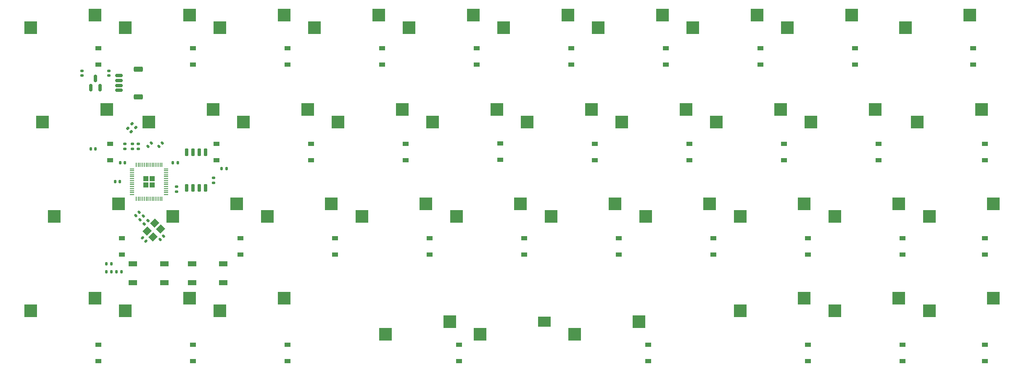
<source format=gbp>
%TF.GenerationSoftware,KiCad,Pcbnew,7.0.6*%
%TF.CreationDate,2023-07-16T16:10:07-04:00*%
%TF.ProjectId,cutiepie2040-hotswap,63757469-6570-4696-9532-3034302d686f,rev?*%
%TF.SameCoordinates,PX2d6b3a0PY6f46b48*%
%TF.FileFunction,Paste,Bot*%
%TF.FilePolarity,Positive*%
%FSLAX46Y46*%
G04 Gerber Fmt 4.6, Leading zero omitted, Abs format (unit mm)*
G04 Created by KiCad (PCBNEW 7.0.6) date 2023-07-16 16:10:07*
%MOMM*%
%LPD*%
G01*
G04 APERTURE LIST*
G04 Aperture macros list*
%AMRoundRect*
0 Rectangle with rounded corners*
0 $1 Rounding radius*
0 $2 $3 $4 $5 $6 $7 $8 $9 X,Y pos of 4 corners*
0 Add a 4 corners polygon primitive as box body*
4,1,4,$2,$3,$4,$5,$6,$7,$8,$9,$2,$3,0*
0 Add four circle primitives for the rounded corners*
1,1,$1+$1,$2,$3*
1,1,$1+$1,$4,$5*
1,1,$1+$1,$6,$7*
1,1,$1+$1,$8,$9*
0 Add four rect primitives between the rounded corners*
20,1,$1+$1,$2,$3,$4,$5,0*
20,1,$1+$1,$4,$5,$6,$7,0*
20,1,$1+$1,$6,$7,$8,$9,0*
20,1,$1+$1,$8,$9,$2,$3,0*%
%AMRotRect*
0 Rectangle, with rotation*
0 The origin of the aperture is its center*
0 $1 length*
0 $2 width*
0 $3 Rotation angle, in degrees counterclockwise*
0 Add horizontal line*
21,1,$1,$2,0,0,$3*%
G04 Aperture macros list end*
%ADD10R,2.550000X2.500000*%
%ADD11RoundRect,0.140000X0.021213X-0.219203X0.219203X-0.021213X-0.021213X0.219203X-0.219203X0.021213X0*%
%ADD12R,1.200000X0.900000*%
%ADD13R,1.700000X1.000000*%
%ADD14RoundRect,0.135000X0.035355X-0.226274X0.226274X-0.035355X-0.035355X0.226274X-0.226274X0.035355X0*%
%ADD15RoundRect,0.135000X-0.135000X-0.185000X0.135000X-0.185000X0.135000X0.185000X-0.135000X0.185000X0*%
%ADD16RoundRect,0.135000X0.185000X-0.135000X0.185000X0.135000X-0.185000X0.135000X-0.185000X-0.135000X0*%
%ADD17RoundRect,0.140000X0.170000X-0.140000X0.170000X0.140000X-0.170000X0.140000X-0.170000X-0.140000X0*%
%ADD18RoundRect,0.140000X-0.170000X0.140000X-0.170000X-0.140000X0.170000X-0.140000X0.170000X0.140000X0*%
%ADD19RoundRect,0.140000X0.140000X0.170000X-0.140000X0.170000X-0.140000X-0.170000X0.140000X-0.170000X0*%
%ADD20RoundRect,0.135000X-0.226274X-0.035355X-0.035355X-0.226274X0.226274X0.035355X0.035355X0.226274X0*%
%ADD21R,2.550000X2.000000*%
%ADD22RoundRect,0.140000X-0.021213X0.219203X-0.219203X0.021213X0.021213X-0.219203X0.219203X-0.021213X0*%
%ADD23RoundRect,0.140000X-0.140000X-0.170000X0.140000X-0.170000X0.140000X0.170000X-0.140000X0.170000X0*%
%ADD24RoundRect,0.150000X0.150000X-0.587500X0.150000X0.587500X-0.150000X0.587500X-0.150000X-0.587500X0*%
%ADD25RoundRect,0.150000X0.150000X-0.650000X0.150000X0.650000X-0.150000X0.650000X-0.150000X-0.650000X0*%
%ADD26RoundRect,0.250000X0.292217X0.292217X-0.292217X0.292217X-0.292217X-0.292217X0.292217X-0.292217X0*%
%ADD27RoundRect,0.050000X0.387500X0.050000X-0.387500X0.050000X-0.387500X-0.050000X0.387500X-0.050000X0*%
%ADD28RoundRect,0.050000X0.050000X0.387500X-0.050000X0.387500X-0.050000X-0.387500X0.050000X-0.387500X0*%
%ADD29RoundRect,0.140000X0.219203X0.021213X0.021213X0.219203X-0.219203X-0.021213X-0.021213X-0.219203X0*%
%ADD30RoundRect,0.150000X-0.625000X0.150000X-0.625000X-0.150000X0.625000X-0.150000X0.625000X0.150000X0*%
%ADD31RoundRect,0.229167X-0.670833X0.320833X-0.670833X-0.320833X0.670833X-0.320833X0.670833X0.320833X0*%
%ADD32RotRect,1.400000X1.200000X45.000000*%
G04 APERTURE END LIST*
D10*
%TO.C,MX35*%
X178652380Y73977794D03*
X191579380Y76517794D03*
%TD*%
D11*
%TO.C,C_1V-Decoup2*%
X28235661Y49964622D03*
X28914483Y50643444D03*
%TD*%
D10*
%TO.C,MX4*%
X2439880Y16827794D03*
X15366880Y19367794D03*
%TD*%
%TO.C,MX1*%
X2439880Y73977794D03*
X15366880Y76517794D03*
%TD*%
D12*
%TO.C,D6*%
X39885891Y47165862D03*
X39885891Y50465862D03*
%TD*%
%TO.C,D14*%
X77985923Y47165862D03*
X77985923Y50465862D03*
%TD*%
D11*
%TO.C,C_Crystal1*%
X28491564Y31170477D03*
X29170386Y31849299D03*
%TD*%
D13*
%TO.C,SW2*%
X23043816Y22507874D03*
X29343816Y22507874D03*
X23043816Y26307874D03*
X29343816Y26307874D03*
%TD*%
D10*
%TO.C,MX22*%
X107214880Y35877794D03*
X120141880Y38417794D03*
%TD*%
D12*
%TO.C,D37*%
X194667271Y28115846D03*
X194667271Y31415846D03*
%TD*%
D14*
%TO.C,R_Crystal1*%
X25313221Y34306394D03*
X26034469Y35027642D03*
%TD*%
D10*
%TO.C,MX17*%
X83402380Y54927794D03*
X96329380Y57467794D03*
%TD*%
%TO.C,MX2*%
X4821130Y54927794D03*
X17748130Y57467794D03*
%TD*%
%TO.C,MX11*%
X50064880Y35877794D03*
X62991880Y38417794D03*
%TD*%
D15*
%TO.C,R_Flash2*%
X17647076Y24705531D03*
X18667076Y24705531D03*
%TD*%
D10*
%TO.C,MX10*%
X45302380Y54927794D03*
X58229380Y57467794D03*
%TD*%
%TO.C,MX18*%
X88164880Y35877794D03*
X101091880Y38417794D03*
%TD*%
D12*
%TO.C,D17*%
X97035939Y47301801D03*
X97035939Y50601801D03*
%TD*%
D10*
%TO.C,MX30*%
X145314880Y16827794D03*
X158241880Y19367794D03*
%TD*%
D16*
%TO.C,R_Flash1*%
X39290724Y42650265D03*
X39290724Y43670265D03*
%TD*%
D13*
%TO.C,SW1*%
X34950096Y22507874D03*
X41250096Y22507874D03*
X34950096Y26307874D03*
X41250096Y26307874D03*
%TD*%
D15*
%TO.C,R_Flash3*%
X19730676Y24705531D03*
X20750676Y24705531D03*
%TD*%
D12*
%TO.C,D8*%
X35123387Y6684578D03*
X35123387Y9984578D03*
%TD*%
%TO.C,D20*%
X111323718Y66513453D03*
X111323718Y69813453D03*
%TD*%
%TO.C,D15*%
X82748427Y28115846D03*
X82748427Y31415846D03*
%TD*%
%TO.C,D31*%
X168473499Y66513453D03*
X168473499Y69813453D03*
%TD*%
D17*
%TO.C,C_3V-Decoup2*%
X21431304Y49526376D03*
X21431304Y50486376D03*
%TD*%
D10*
%TO.C,MX23*%
X111977380Y12065024D03*
X124904380Y14605024D03*
%TD*%
D12*
%TO.C,D13*%
X73223622Y66513453D03*
X73223622Y69813453D03*
%TD*%
%TO.C,D23*%
X126801589Y6684578D03*
X126801589Y9984578D03*
%TD*%
D10*
%TO.C,MX33*%
X164364880Y35877794D03*
X177291880Y38417794D03*
%TD*%
D17*
%TO.C,C_3V-Decoup7*%
X22919589Y49526376D03*
X22919589Y50486376D03*
%TD*%
D12*
%TO.C,D32*%
X173236003Y47165862D03*
X173236003Y50465862D03*
%TD*%
%TO.C,D4*%
X16073371Y6684578D03*
X16073371Y9984578D03*
%TD*%
D10*
%TO.C,MX13*%
X59589880Y73977794D03*
X72516880Y76517794D03*
%TD*%
D18*
%TO.C,C_3V-Decoup9*%
X31849299Y41854323D03*
X31849299Y40894323D03*
%TD*%
D19*
%TO.C,C_3V-Decoup4*%
X20423019Y42862608D03*
X19463019Y42862608D03*
%TD*%
D12*
%TO.C,D26*%
X139898475Y28115846D03*
X139898475Y31415846D03*
%TD*%
D10*
%TO.C,MX29*%
X145314880Y35877794D03*
X158241880Y38417794D03*
%TD*%
D12*
%TO.C,D28*%
X154185987Y47165862D03*
X154185987Y50465862D03*
%TD*%
D10*
%TO.C,MX15*%
X69114880Y35877794D03*
X82041880Y38417794D03*
%TD*%
D20*
%TO.C,R_DATA1*%
X22856622Y54534198D03*
X23577870Y53812950D03*
%TD*%
D10*
%TO.C,MX39*%
X92927380Y12065024D03*
D21*
X105854380Y14605024D03*
%TD*%
D10*
%TO.C,MX14*%
X64352380Y54927794D03*
X77279380Y57467794D03*
%TD*%
%TO.C,MX16*%
X78639880Y73977794D03*
X91566880Y76517794D03*
%TD*%
%TO.C,MX5*%
X21489880Y73977794D03*
X34416880Y76517794D03*
%TD*%
D22*
%TO.C,C_3V-Decoup8*%
X25120286Y35899399D03*
X24441464Y35220577D03*
%TD*%
D10*
%TO.C,MX24*%
X116739880Y73977794D03*
X129666880Y76517794D03*
%TD*%
D23*
%TO.C,C_Flash1*%
X40894323Y45541521D03*
X41854323Y45541521D03*
%TD*%
D10*
%TO.C,MX21*%
X102452380Y54927794D03*
X115379380Y57467794D03*
%TD*%
%TO.C,MX32*%
X159602380Y54927794D03*
X172529380Y57467794D03*
%TD*%
%TO.C,MX38*%
X183414880Y16827794D03*
X196341880Y19367794D03*
%TD*%
D12*
%TO.C,D10*%
X58935907Y47165862D03*
X58935907Y50465862D03*
%TD*%
D10*
%TO.C,MX20*%
X97689880Y73977794D03*
X110616880Y76517794D03*
%TD*%
D12*
%TO.C,D35*%
X192286019Y66513453D03*
X192286019Y69813453D03*
%TD*%
D10*
%TO.C,MX6*%
X26252380Y54927794D03*
X39179380Y57467794D03*
%TD*%
D12*
%TO.C,D38*%
X194667271Y6684578D03*
X194667271Y9984578D03*
%TD*%
%TO.C,D19*%
X88701557Y6684578D03*
X88701557Y9984578D03*
%TD*%
D24*
%TO.C,U3*%
X16428164Y61868127D03*
X14528164Y61868127D03*
X15478164Y63743127D03*
%TD*%
D10*
%TO.C,MX36*%
X181033630Y54927794D03*
X193960630Y57467794D03*
%TD*%
D12*
%TO.C,D25*%
X135135971Y47165862D03*
X135135971Y50465862D03*
%TD*%
D10*
%TO.C,MX37*%
X183414880Y35877794D03*
X196341880Y38417794D03*
%TD*%
%TO.C,MX8*%
X21489880Y16827794D03*
X34416880Y19367794D03*
%TD*%
D12*
%TO.C,D11*%
X63698411Y28115846D03*
X63698411Y31415846D03*
%TD*%
D22*
%TO.C,C_1V-Decoup3*%
X24278385Y36741300D03*
X23599563Y36062478D03*
%TD*%
D10*
%TO.C,MX26*%
X126264880Y35877794D03*
X139191880Y38417794D03*
%TD*%
D12*
%TO.C,D18*%
X101798443Y28115846D03*
X101798443Y31415846D03*
%TD*%
D10*
%TO.C,MX9*%
X40539880Y73977794D03*
X53466880Y76517794D03*
%TD*%
D12*
%TO.C,D34*%
X177998507Y6684578D03*
X177998507Y9984578D03*
%TD*%
%TO.C,D2*%
X18454623Y47165862D03*
X18454623Y50465862D03*
%TD*%
%TO.C,D3*%
X20835875Y28115846D03*
X20835875Y31415846D03*
%TD*%
%TO.C,D29*%
X158948491Y28115846D03*
X158948491Y31415846D03*
%TD*%
%TO.C,D16*%
X92273670Y66513453D03*
X92273670Y69813453D03*
%TD*%
D23*
%TO.C,C_3V-Decoup6*%
X31071642Y46732149D03*
X32031642Y46732149D03*
%TD*%
D12*
%TO.C,D30*%
X158948491Y6684578D03*
X158948491Y9984578D03*
%TD*%
%TO.C,D1*%
X16073478Y66513453D03*
X16073478Y69813453D03*
%TD*%
D19*
%TO.C,C_3V-Decoup1*%
X15478164Y49526376D03*
X14518164Y49526376D03*
%TD*%
D17*
%TO.C,C_LD1*%
X18157077Y64305627D03*
X18157077Y65265627D03*
%TD*%
D10*
%TO.C,MX7*%
X31014880Y35877794D03*
X43941880Y38417794D03*
%TD*%
D15*
%TO.C,R_RST1*%
X17647077Y26307874D03*
X18667077Y26307874D03*
%TD*%
D10*
%TO.C,MX12*%
X40539880Y16827794D03*
X53466880Y19367794D03*
%TD*%
%TO.C,MX3*%
X7202380Y35877794D03*
X20129380Y38417794D03*
%TD*%
D25*
%TO.C,U2*%
X37623700Y41643984D03*
X36353700Y41643984D03*
X35083700Y41643984D03*
X33813700Y41643984D03*
X33813700Y48843984D03*
X35083700Y48843984D03*
X36353700Y48843984D03*
X37623700Y48843984D03*
%TD*%
D12*
%TO.C,D33*%
X177998507Y28115846D03*
X177998507Y31415846D03*
%TD*%
%TO.C,D36*%
X194667271Y47165862D03*
X194667271Y50465862D03*
%TD*%
%TO.C,D7*%
X44648395Y28115846D03*
X44648395Y31415846D03*
%TD*%
%TO.C,D12*%
X54173403Y6684578D03*
X54173403Y9984578D03*
%TD*%
D17*
%TO.C,C_1V-Decoup1*%
X24110217Y49526376D03*
X24110217Y50486376D03*
%TD*%
D11*
%TO.C,C_3V-Decoup3*%
X26078189Y49964622D03*
X26757011Y50643444D03*
%TD*%
D10*
%TO.C,MX27*%
X135789880Y73977794D03*
X148716880Y76517794D03*
%TD*%
D12*
%TO.C,D22*%
X120848459Y28115846D03*
X120848459Y31415846D03*
%TD*%
D26*
%TO.C,U1*%
X26915688Y42225108D03*
X26915688Y43500108D03*
X25640688Y42225108D03*
X25640688Y43500108D03*
D27*
X29715688Y45462608D03*
X29715688Y45062608D03*
X29715688Y44662608D03*
X29715688Y44262608D03*
X29715688Y43862608D03*
X29715688Y43462608D03*
X29715688Y43062608D03*
X29715688Y42662608D03*
X29715688Y42262608D03*
X29715688Y41862608D03*
X29715688Y41462608D03*
X29715688Y41062608D03*
X29715688Y40662608D03*
X29715688Y40262608D03*
D28*
X28878188Y39425108D03*
X28478188Y39425108D03*
X28078188Y39425108D03*
X27678188Y39425108D03*
X27278188Y39425108D03*
X26878188Y39425108D03*
X26478188Y39425108D03*
X26078188Y39425108D03*
X25678188Y39425108D03*
X25278188Y39425108D03*
X24878188Y39425108D03*
X24478188Y39425108D03*
X24078188Y39425108D03*
X23678188Y39425108D03*
D27*
X22840688Y40262608D03*
X22840688Y40662608D03*
X22840688Y41062608D03*
X22840688Y41462608D03*
X22840688Y41862608D03*
X22840688Y42262608D03*
X22840688Y42662608D03*
X22840688Y43062608D03*
X22840688Y43462608D03*
X22840688Y43862608D03*
X22840688Y44262608D03*
X22840688Y44662608D03*
X22840688Y45062608D03*
X22840688Y45462608D03*
D28*
X23678188Y46300108D03*
X24078188Y46300108D03*
X24478188Y46300108D03*
X24878188Y46300108D03*
X25278188Y46300108D03*
X25678188Y46300108D03*
X26078188Y46300108D03*
X26478188Y46300108D03*
X26878188Y46300108D03*
X27278188Y46300108D03*
X27678188Y46300108D03*
X28078188Y46300108D03*
X28478188Y46300108D03*
X28878188Y46300108D03*
%TD*%
D12*
%TO.C,D27*%
X149423483Y66513453D03*
X149423483Y69813453D03*
%TD*%
D29*
%TO.C,C_Crystal2*%
X25673845Y30878463D03*
X24995023Y31557285D03*
%TD*%
D10*
%TO.C,MX28*%
X140552380Y54927794D03*
X153479380Y57467794D03*
%TD*%
%TO.C,MX25*%
X121502380Y54927794D03*
X134429380Y57467794D03*
%TD*%
D12*
%TO.C,D9*%
X54173574Y66513453D03*
X54173574Y69813453D03*
%TD*%
%TO.C,D24*%
X130373467Y66513453D03*
X130373467Y69813453D03*
%TD*%
D19*
%TO.C,C_3V-Decoup5*%
X21431304Y46732149D03*
X20471304Y46732149D03*
%TD*%
D20*
%TO.C,R_DATA2*%
X21963651Y53641227D03*
X22684899Y52919979D03*
%TD*%
D10*
%TO.C,MX34*%
X164364880Y16827794D03*
X177291880Y19367794D03*
%TD*%
D17*
%TO.C,C_LD2*%
X12799251Y64305627D03*
X12799251Y65265627D03*
%TD*%
D30*
%TO.C,J1*%
X20249880Y64305627D03*
X20249880Y63305627D03*
X20249880Y62305627D03*
X20249880Y61305627D03*
D31*
X24124880Y65605627D03*
X24124880Y60005627D03*
%TD*%
D10*
%TO.C,MX19*%
X73877380Y12065294D03*
X86804380Y14605294D03*
%TD*%
D12*
%TO.C,D21*%
X116085955Y47165862D03*
X116085955Y50465862D03*
%TD*%
D32*
%TO.C,Y1*%
X25849854Y32935374D03*
X27405489Y34491009D03*
X28607570Y33288928D03*
X27051935Y31733293D03*
%TD*%
D12*
%TO.C,D5*%
X35123526Y66513453D03*
X35123526Y69813453D03*
%TD*%
D10*
%TO.C,MX31*%
X154839880Y73977794D03*
X167766880Y76517794D03*
%TD*%
M02*

</source>
